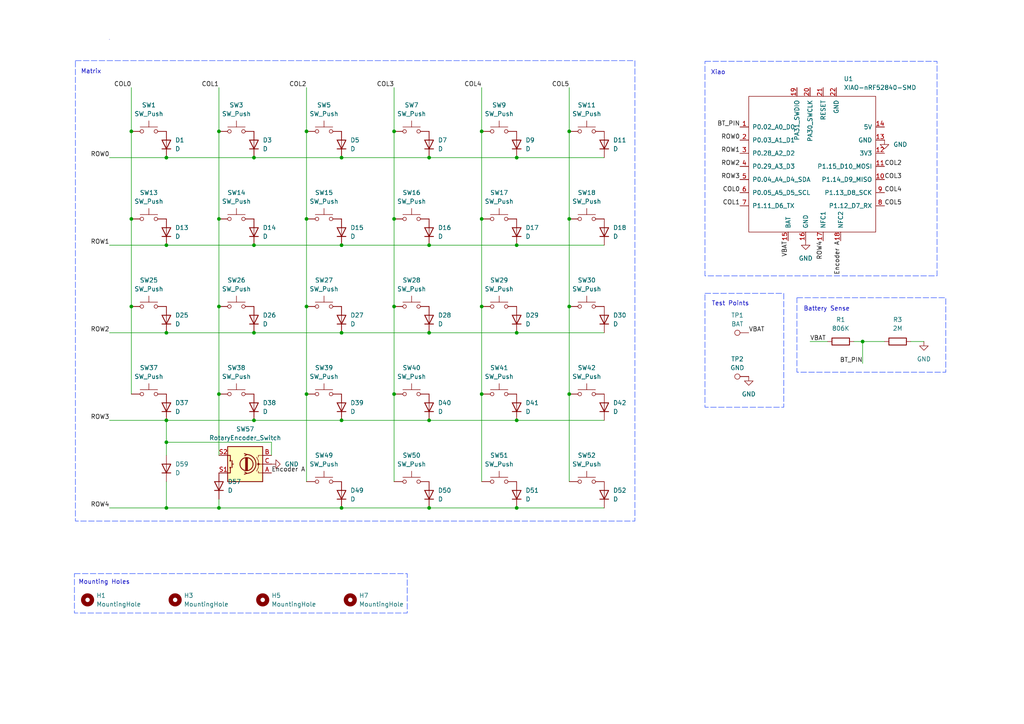
<source format=kicad_sch>
(kicad_sch (version 20250114) (generator "eeschema") (generator_version "9.0")
  (paper "A4")
  (lib_symbols
    (symbol "Connector:TestPoint" (pin_numbers (hide yes)) (pin_names (offset 0.762) (hide yes))
      (property "Reference" "TP" (at 0 6.858 0))
      (property "Value" "TestPoint" (at 0 5.08 0))
      (symbol "TestPoint_0_1"
        (circle (center 0 3.302) (radius 0.762))
      )
      (symbol "TestPoint_1_1"
        (pin passive line (at 0 0 90) (length 2.54) (name "1") (number "1"))
      )
    )
    (symbol "Device:D" (pin_numbers (hide yes)) (pin_names (offset 1.016) (hide yes))
      (property "Reference" "D" (at 0 2.54 0))
      (property "Value" "D" (at 0 -2.54 0))
      (symbol "D_0_1"
        (polyline (pts (xy -1.27 1.27) (xy -1.27 -1.27)) (stroke (width 0.254)))
        (polyline (pts (xy 1.27 1.27) (xy 1.27 -1.27) (xy -1.27 0) (xy 1.27 1.27)) (stroke (width 0.254)))
        (polyline (pts (xy 1.27 0) (xy -1.27 0)))
      )
      (symbol "D_1_1"
        (pin passive line (at -3.81 0 0) (length 2.54) (name "K") (number "1"))
        (pin passive line (at 3.81 0 180) (length 2.54) (name "A") (number "2"))
      )
    )
    (symbol "Device:R" (pin_numbers (hide yes)) (pin_names (offset 0))
      (property "Reference" "R" (at 2.032 0 90))
      (property "Value" "R" (at 0 0 90))
      (symbol "R_0_1"
        (rectangle (start -1.016 -2.54) (end 1.016 2.54) (stroke (width 0.254)))
      )
      (symbol "R_1_1"
        (pin passive line (at 0 3.81 270) (length 1.27) (name "~") (number "1"))
        (pin passive line (at 0 -3.81 90) (length 1.27) (name "~") (number "2"))
      )
    )
    (symbol "Device:RotaryEncoder_Switch" (pin_names (offset 0.254) (hide yes))
      (property "Reference" "SW" (at 0 6.604 0))
      (property "Value" "RotaryEncoder_Switch" (at 0 -6.604 0))
      (symbol "RotaryEncoder_Switch_0_1"
        (rectangle (start -5.08 5.08) (end 5.08 -5.08) (stroke (width 0.254)) (fill (type background)))
        (polyline (pts (xy -5.08 2.54) (xy -3.81 2.54) (xy -3.81 2.032)))
        (polyline (pts (xy -5.08 0) (xy -3.81 0) (xy -3.81 -1.016) (xy -3.302 -2.032)))
        (polyline (pts (xy -5.08 -2.54) (xy -3.81 -2.54) (xy -3.81 -2.032)))
        (polyline (pts (xy -4.318 0) (xy -3.81 0) (xy -3.81 1.016) (xy -3.302 2.032)))
        (circle (center -3.81 0) (radius 0.254) (fill (type outline)))
        (polyline (pts (xy -0.635 -1.778) (xy -0.635 1.778)) (stroke (width 0.254)))
        (circle (center -0.381 0) (radius 1.905) (stroke (width 0.254)))
        (polyline (pts (xy -0.381 -1.778) (xy -0.381 1.778)) (stroke (width 0.254)))
        (arc (start -0.381 -2.794) (mid -3.0988 -0.0635) (end -0.381 2.667) (stroke (width 0.254)))
        (polyline (pts (xy -0.127 1.778) (xy -0.127 -1.778)) (stroke (width 0.254)))
        (polyline (pts (xy 0.254 2.921) (xy -0.508 2.667) (xy 0.127 2.286)) (stroke (width 0.254)))
        (polyline (pts (xy 0.254 -3.048) (xy -0.508 -2.794) (xy 0.127 -2.413)) (stroke (width 0.254)))
        (polyline (pts (xy 3.81 1.016) (xy 3.81 -1.016)) (stroke (width 0.254)))
        (polyline (pts (xy 3.81 0) (xy 3.429 0)) (stroke (width 0.254)))
        (circle (center 4.318 1.016) (radius 0.127) (stroke (width 0.254)))
        (circle (center 4.318 -1.016) (radius 0.127) (stroke (width 0.254)))
        (polyline (pts (xy 5.08 2.54) (xy 4.318 2.54) (xy 4.318 1.016)) (stroke (width 0.254)))
        (polyline (pts (xy 5.08 -2.54) (xy 4.318 -2.54) (xy 4.318 -1.016)) (stroke (width 0.254)))
      )
      (symbol "RotaryEncoder_Switch_1_1"
        (pin passive line (at -7.62 2.54 0) (length 2.54) (name "A") (number "A"))
        (pin passive line (at -7.62 0 0) (length 2.54) (name "C") (number "C"))
        (pin passive line (at -7.62 -2.54 0) (length 2.54) (name "B") (number "B"))
        (pin passive line (at 7.62 2.54 180) (length 2.54) (name "S1") (number "S1"))
        (pin passive line (at 7.62 -2.54 180) (length 2.54) (name "S2") (number "S2"))
      )
    )
    (symbol "Mechanical:MountingHole" (pin_names (offset 1.016)) (in_bom no)
      (property "Reference" "H" (at 0 5.08 0))
      (property "Value" "MountingHole" (at 0 3.175 0))
      (symbol "MountingHole_0_1"
        (circle (center 0 0) (radius 1.27) (stroke (width 1.27)))
      )
    )
    (symbol "Switch:SW_Push" (pin_numbers (hide yes)) (pin_names (offset 1.016) (hide yes))
      (property "Reference" "SW" (at 1.27 2.54 0))
      (property "Value" "SW_Push" (at 0 -1.524 0))
      (symbol "SW_Push_0_1"
        (circle (center -2.032 0) (radius 0.508))
        (polyline (pts (xy 0 1.27) (xy 0 3.048)))
        (circle (center 2.032 0) (radius 0.508))
        (polyline (pts (xy 2.54 1.27) (xy -2.54 1.27)))
        (pin passive line (at -5.08 0 0) (length 2.54) (name "1") (number "1"))
        (pin passive line (at 5.08 0 180) (length 2.54) (name "2") (number "2"))
      )
    )
    (symbol "Updated OPL:XIAO-nRF52840-SMD" (pin_names (offset 1.016))
      (property "Reference" "U" (at -18.542 23.114 0))
      (property "Value" "XIAO-nRF52840-SMD" (at -8.636 21.336 0))
      (symbol "XIAO-nRF52840-SMD_0_1"
        (rectangle (start -19.05 20.32) (end 17.78 -19.05))
      )
      (symbol "XIAO-nRF52840-SMD_1_1"
        (pin passive line (at -21.59 11.43 0) (length 2.54) (name "P0.02_A0_D0") (number "1"))
        (pin passive line (at -21.59 7.62 0) (length 2.54) (name "P0.03_A1_D1") (number "2"))
        (pin passive line (at -21.59 3.81 0) (length 2.54) (name "P0.28_A2_D2") (number "3"))
        (pin passive line (at -21.59 0 0) (length 2.54) (name "P0.29_A3_D3") (number "4"))
        (pin passive line (at -21.59 -3.81 0) (length 2.54) (name "P0.04_A4_D4_SDA") (number "5"))
        (pin passive line (at -21.59 -7.62 0) (length 2.54) (name "P0.05_A5_D5_SCL") (number "6"))
        (pin passive line (at -21.59 -11.43 0) (length 2.54) (name "P1.11_D6_TX") (number "7"))
        (pin passive line (at -7.62 -21.59 90) (length 2.54) (name "BAT") (number "15"))
        (pin passive line (at -5.08 22.86 270) (length 2.54) (name "PA31_SWDIO") (number "19"))
        (pin passive line (at -2.54 -21.59 90) (length 2.54) (name "GND") (number "16"))
        (pin passive line (at -1.27 22.86 270) (length 2.54) (name "PA30_SWCLK") (number "20"))
        (pin passive line (at 2.54 22.86 270) (length 2.54) (name "RESET") (number "21"))
        (pin passive line (at 2.54 -21.59 90) (length 2.54) (name "NFC1") (number "17"))
        (pin passive line (at 6.35 22.86 270) (length 2.54) (name "GND") (number "22"))
        (pin passive line (at 7.62 -21.59 90) (length 2.54) (name "NFC2") (number "18"))
        (pin passive line (at 20.32 11.43 180) (length 2.54) (name "5V") (number "14"))
        (pin passive line (at 20.32 7.62 180) (length 2.54) (name "GND") (number "13"))
        (pin passive line (at 20.32 3.81 180) (length 2.54) (name "3V3") (number "12"))
        (pin passive line (at 20.32 0 180) (length 2.54) (name "P1.15_D10_MOSI") (number "11"))
        (pin passive line (at 20.32 -3.81 180) (length 2.54) (name "P1.14_D9_MISO") (number "10"))
        (pin passive line (at 20.32 -7.62 180) (length 2.54) (name "P1.13_D8_SCK") (number "9"))
        (pin passive line (at 20.32 -11.43 180) (length 2.54) (name "P1.12_D7_RX") (number "8"))
      )
    )
    (symbol "power:GND" (power) (pin_numbers (hide yes)) (pin_names (offset 0) (hide yes))
      (property "Value" "GND" (at 0 -3.81 0))
      (symbol "GND_0_1"
        (polyline (pts (xy 0 0) (xy 0 -1.27) (xy 1.27 -1.27) (xy 0 -2.54) (xy -1.27 -1.27) (xy 0 -1.27)))
      )
      (symbol "GND_1_1"
        (pin power_in line (at 0 0 270) (length 0) (name "~") (number "1"))
      )
    )
  )
  (rectangle (start 204.47 85.09) (end 227.33 118.11) (stroke (width 0) (type dash) (color 37 75 255 1)))
  (rectangle (start 21.59 166.37) (end 118.11 177.8) (stroke (width 0) (type dash) (color 37 75 255 1)))
  (rectangle (start 21.8749 17.5812) (end 184.1499 151.13) (stroke (width 0) (type dash) (color 37 75 255 1)))
  (rectangle (start 231.14 86.36) (end 274.32 107.95) (stroke (width 0) (type dash) (color 37 75 255 1)))
  (rectangle (start 31.75 11.43) (end 31.75 11.43))
  (rectangle (start 204.47 17.78) (end 271.78 80.01) (stroke (width 0) (type dash) (color 37 75 255 1)))
  (text "Xiao" (at 208.28 21.082 0) (effects (font (size 1.27 1.27))))
  (text "Battery Sense" (at 239.776 89.662 0) (effects (font (size 1.27 1.27))))
  (text "Mounting Holes" (at 30.226 168.91 0) (effects (font (size 1.27 1.27))))
  (text "Matrix" (at 26.416 20.828 0) (effects (font (size 1.27 1.27))))
  (text "Test Points" (at 211.836 88.138 0) (effects (font (size 1.27 1.27))))
  (junction (at 99.06 121.92))
  (junction (at 124.46 45.72))
  (junction (at 99.06 71.12))
  (junction (at 99.06 147.32))
  (junction (at 250.19 99.06))
  (junction (at 63.5 88.9))
  (junction (at 114.3 38.1))
  (junction (at 73.66 71.12))
  (junction (at 38.1 38.1))
  (junction (at 139.7 88.9))
  (junction (at 165.1 114.3))
  (junction (at 63.5 147.32))
  (junction (at 124.46 121.92))
  (junction (at 88.9 114.3))
  (junction (at 124.46 147.32))
  (junction (at 88.9 38.1))
  (junction (at 48.26 121.92))
  (junction (at 73.66 45.72))
  (junction (at 114.3 63.5))
  (junction (at 99.06 96.52))
  (junction (at 99.06 45.72))
  (junction (at 139.7 63.5))
  (junction (at 149.86 147.32))
  (junction (at 63.5 38.1))
  (junction (at 88.9 88.9))
  (junction (at 48.26 71.12))
  (junction (at 63.5 63.5))
  (junction (at 114.3 88.9))
  (junction (at 48.26 147.32))
  (junction (at 124.46 96.52))
  (junction (at 124.46 71.12))
  (junction (at 48.26 96.52))
  (junction (at 48.26 128.27))
  (junction (at 38.1 88.9))
  (junction (at 149.86 71.12))
  (junction (at 165.1 63.5))
  (junction (at 114.3 114.3))
  (junction (at 165.1 88.9))
  (junction (at 63.5 114.3))
  (junction (at 88.9 63.5))
  (junction (at 139.7 114.3))
  (junction (at 38.1 63.5))
  (junction (at 165.1 38.1))
  (junction (at 73.66 121.92))
  (junction (at 149.86 45.72))
  (junction (at 139.7 38.1))
  (junction (at 73.66 96.52))
  (junction (at 48.26 45.72))
  (junction (at 149.86 96.52))
  (junction (at 149.86 121.92))
  (wire (pts (xy 149.86 121.92) (xy 175.26 121.92)))
  (wire (pts (xy 63.5 88.9) (xy 63.5 114.3)))
  (wire (pts (xy 73.66 71.12) (xy 99.06 71.12)))
  (wire (pts (xy 247.65 99.06) (xy 250.19 99.06)))
  (wire (pts (xy 88.9 25.4) (xy 88.9 38.1)))
  (wire (pts (xy 124.46 121.92) (xy 149.86 121.92)))
  (wire (pts (xy 73.66 121.92) (xy 99.06 121.92)))
  (wire (pts (xy 88.9 63.5) (xy 88.9 88.9)))
  (wire (pts (xy 149.86 147.32) (xy 175.26 147.32)))
  (wire (pts (xy 234.95 99.06) (xy 240.03 99.06)))
  (wire (pts (xy 99.06 45.72) (xy 124.46 45.72)))
  (wire (pts (xy 139.7 88.9) (xy 139.7 114.3)))
  (wire (pts (xy 114.3 38.1) (xy 114.3 63.5)))
  (wire (pts (xy 264.16 99.06) (xy 267.97 99.06)))
  (wire (pts (xy 63.5 63.5) (xy 63.5 88.9)))
  (wire (pts (xy 149.86 45.72) (xy 175.26 45.72)))
  (wire (pts (xy 63.5 114.3) (xy 63.5 132.08)))
  (wire (pts (xy 48.26 128.27) (xy 48.26 132.08)))
  (wire (pts (xy 88.9 114.3) (xy 88.9 139.7)))
  (wire (pts (xy 139.7 114.3) (xy 139.7 139.7)))
  (wire (pts (xy 31.75 96.52) (xy 48.26 96.52)))
  (wire (pts (xy 63.5 38.1) (xy 63.5 63.5)))
  (wire (pts (xy 99.06 96.52) (xy 124.46 96.52)))
  (wire (pts (xy 31.75 121.92) (xy 48.26 121.92)))
  (wire (pts (xy 139.7 25.4) (xy 139.7 38.1)))
  (wire (pts (xy 99.06 121.92) (xy 124.46 121.92)))
  (wire (pts (xy 124.46 45.72) (xy 149.86 45.72)))
  (wire (pts (xy 48.26 45.72) (xy 73.66 45.72)))
  (wire (pts (xy 73.66 45.72) (xy 99.06 45.72)))
  (wire (pts (xy 31.75 45.72) (xy 48.26 45.72)))
  (wire (pts (xy 139.7 38.1) (xy 139.7 63.5)))
  (wire (pts (xy 48.26 121.92) (xy 73.66 121.92)))
  (wire (pts (xy 165.1 38.1) (xy 165.1 63.5)))
  (wire (pts (xy 63.5 147.32) (xy 99.06 147.32)))
  (wire (pts (xy 165.1 88.9) (xy 165.1 114.3)))
  (wire (pts (xy 48.26 71.12) (xy 73.66 71.12)))
  (wire (pts (xy 88.9 38.1) (xy 88.9 63.5)))
  (wire (pts (xy 114.3 25.4) (xy 114.3 38.1)))
  (wire (pts (xy 38.1 88.9) (xy 38.1 114.3)))
  (wire (pts (xy 48.26 96.52) (xy 73.66 96.52)))
  (wire (pts (xy 63.5 144.78) (xy 63.5 147.32)))
  (wire (pts (xy 48.26 121.92) (xy 48.26 128.27)))
  (wire (pts (xy 149.86 96.52) (xy 175.26 96.52)))
  (wire (pts (xy 149.86 71.12) (xy 175.26 71.12)))
  (wire (pts (xy 48.26 147.32) (xy 63.5 147.32)))
  (wire (pts (xy 78.74 132.08) (xy 78.74 128.27)))
  (wire (pts (xy 124.46 147.32) (xy 149.86 147.32)))
  (wire (pts (xy 165.1 25.4) (xy 165.1 38.1)))
  (wire (pts (xy 99.06 71.12) (xy 124.46 71.12)))
  (wire (pts (xy 48.26 139.7) (xy 48.26 147.32)))
  (wire (pts (xy 250.19 99.06) (xy 250.19 105.41)))
  (wire (pts (xy 31.75 147.32) (xy 48.26 147.32)))
  (wire (pts (xy 124.46 71.12) (xy 149.86 71.12)))
  (wire (pts (xy 165.1 63.5) (xy 165.1 88.9)))
  (wire (pts (xy 114.3 88.9) (xy 114.3 114.3)))
  (wire (pts (xy 114.3 114.3) (xy 114.3 139.7)))
  (wire (pts (xy 165.1 114.3) (xy 165.1 139.7)))
  (wire (pts (xy 114.3 63.5) (xy 114.3 88.9)))
  (wire (pts (xy 38.1 63.5) (xy 38.1 88.9)))
  (wire (pts (xy 73.66 96.52) (xy 99.06 96.52)))
  (wire (pts (xy 88.9 88.9) (xy 88.9 114.3)))
  (wire (pts (xy 63.5 25.4) (xy 63.5 38.1)))
  (wire (pts (xy 78.74 128.27) (xy 48.26 128.27)))
  (wire (pts (xy 124.46 96.52) (xy 149.86 96.52)))
  (wire (pts (xy 139.7 63.5) (xy 139.7 88.9)))
  (wire (pts (xy 250.19 99.06) (xy 256.54 99.06)))
  (wire (pts (xy 38.1 38.1) (xy 38.1 63.5)))
  (wire (pts (xy 31.75 71.12) (xy 48.26 71.12)))
  (wire (pts (xy 38.1 25.4) (xy 38.1 38.1)))
  (wire (pts (xy 99.06 147.32) (xy 124.46 147.32)))
  (label "COL2" (at 256.54 48.26 0))
  (label "COL0" (at 38.1 25.4 180))
  (label "ROW1" (at 214.63 44.45 180))
  (label "ROW0" (at 214.63 40.64 180))
  (label "COL5" (at 165.1 25.4 180))
  (label "VBAT" (at 228.6 69.85 270))
  (label "COL1" (at 214.63 59.69 180))
  (label "COL4" (at 139.7 25.4 180))
  (label "COL5" (at 256.54 59.69 0))
  (label "COL4" (at 256.54 55.88 0))
  (label "COL1" (at 63.5 25.4 180))
  (label "COL0" (at 214.63 55.88 180))
  (label "VBAT" (at 217.17 96.52 0))
  (label "VBAT" (at 234.95 99.06 0))
  (label "ROW1" (at 31.75 71.12 180))
  (label "Encoder A" (at 78.74 137.16 0))
  (label "ROW3" (at 31.75 121.92 180))
  (label "ROW0" (at 31.75 45.72 180))
  (label "ROW4" (at 31.75 147.32 180))
  (label "BT_PIN" (at 250.19 105.41 180))
  (label "ROW2" (at 31.75 96.52 180))
  (label "ROW2" (at 214.63 48.26 180))
  (label "Encoder A" (at 243.84 69.85 270))
  (label "COL2" (at 88.9 25.4 180))
  (label "BT_PIN" (at 214.63 36.83 180))
  (label "COL3" (at 256.54 52.07 0))
  (label "COL3" (at 114.3 25.4 180))
  (label "ROW3" (at 214.63 52.07 180))
  (label "ROW4" (at 238.76 69.85 270))
  (symbol (lib_id "Mechanical:MountingHole") (at 101.6 173.99 0) (unit 1) (in_bom no)
    (property "Reference" "H7" (at 104.14 172.7199 0) (effects (justify left)))
    (property "Value" "MountingHole" (at 104.14 175.2599 0) (effects (justify left)))
    (property "Footprint" "MountingHole:MountingHole_3.2mm_M3" (effects (hide yes)))
    (property "Description" "Mounting Hole without connection" (effects (hide yes)))
    (instances (project "Split keyboard" (path "" (reference "H7") (unit 1)) (path "" (reference "H8") (unit 1))))
  )
  (symbol (lib_id "Switch:SW_Push") (at 119.38 38.1 0) (unit 1)
    (property "Reference" "SW7" (at 119.38 30.48 0))
    (property "Value" "SW_Push" (at 119.38 33.02 0))
    (property "Footprint" "marbastlib-choc:SW_choc_v1_HS_CPG135001S30_1u" (effects (hide yes)))
    (property "Description" "Push button switch, generic, two pins" (effects (hide yes)))
    (instances (project "Split keyboard" (path "" (reference "SW7") (unit 1)) (path "" (reference "SW8") (unit 1))))
  )
  (symbol (lib_id "Connector:TestPoint") (at 217.17 96.52 90) (unit 1)
    (property "Reference" "TP1" (at 213.868 91.44 90))
    (property "Value" "BAT" (at 213.868 93.98 90))
    (property "Footprint" "TestPoint:TestPoint_Pad_D2.0mm" (effects (hide yes)))
    (property "Description" "test point" (effects (hide yes)))
    (instances (project "" (path "" (reference "TP1") (unit 1)) (path "" (reference "TP3") (unit 1))))
  )
  (symbol (lib_id "Switch:SW_Push") (at 144.78 88.9 0) (unit 1)
    (property "Reference" "SW29" (at 144.78 81.28 0))
    (property "Value" "SW_Push" (at 144.78 83.82 0))
    (property "Footprint" "marbastlib-choc:SW_choc_v1_HS_CPG135001S30_1u" (effects (hide yes)))
    (property "Description" "Push button switch, generic, two pins" (effects (hide yes)))
    (instances (project "Split keyboard" (path "" (reference "SW29") (unit 1)) (path "" (reference "SW35") (unit 1))))
  )
  (symbol (lib_id "Switch:SW_Push") (at 68.58 63.5 0) (unit 1)
    (property "Reference" "SW14" (at 68.58 55.88 0))
    (property "Value" "SW_Push" (at 68.58 58.42 0))
    (property "Footprint" "marbastlib-choc:SW_choc_v1_HS_CPG135001S30_1u" (effects (hide yes)))
    (property "Description" "Push button switch, generic, two pins" (effects (hide yes)))
    (instances (project "Split keyboard" (path "" (reference "SW14") (unit 1)) (path "" (reference "SW20") (unit 1))))
  )
  (symbol (lib_id "Device:R") (at 243.84 99.06 90) (unit 1)
    (property "Reference" "R1" (at 243.84 92.71 90))
    (property "Value" "806K" (at 243.84 95.25 90))
    (property "Footprint" "Resistor_SMD:R_0805_2012Metric" (effects (hide yes)))
    (property "Description" "Resistor" (effects (hide yes)))
    (instances (project "" (path "" (reference "R1") (unit 1)) (path "" (reference "R2") (unit 1))))
  )
  (symbol (lib_id "Device:D") (at 149.86 118.11 90) (unit 1)
    (property "Reference" "D41" (at 152.4 116.8399 90) (effects (justify right)))
    (property "Value" "D" (at 152.4 119.3799 90) (effects (justify right)))
    (property "Footprint" "Diode_SMD:D_SOD-123" (effects (hide yes)))
    (property "Description" "Diode" (effects (hide yes)))
    (property "Sim.Device" "D" (effects (hide yes)))
    (property "Sim.Pins" "1=K 2=A" (effects (hide yes)))
    (instances (project "Split keyboard" (path "" (reference "D41") (unit 1)) (path "" (reference "D47") (unit 1))))
  )
  (symbol (lib_id "Switch:SW_Push") (at 170.18 114.3 0) (unit 1)
    (property "Reference" "SW42" (at 170.18 106.68 0))
    (property "Value" "SW_Push" (at 170.18 109.22 0))
    (property "Footprint" "marbastlib-choc:SW_choc_v1_HS_CPG135001S30_1u" (effects (hide yes)))
    (property "Description" "Push button switch, generic, two pins" (effects (hide yes)))
    (instances (project "Split keyboard" (path "" (reference "SW42") (unit 1)) (path "" (reference "SW48") (unit 1))))
  )
  (symbol (lib_id "Switch:SW_Push") (at 93.98 139.7 0) (unit 1)
    (property "Reference" "SW49" (at 93.98 132.08 0))
    (property "Value" "SW_Push" (at 93.98 134.62 0))
    (property "Footprint" "marbastlib-choc:SW_choc_v1_HS_CPG135001S30_1u" (effects (hide yes)))
    (property "Description" "Push button switch, generic, two pins" (effects (hide yes)))
    (instances (project "Split keyboard" (path "" (reference "SW49") (unit 1)) (path "" (reference "SW53") (unit 1))))
  )
  (symbol (lib_id "Device:D") (at 48.26 135.89 90) (unit 1)
    (property "Reference" "D59" (at 50.8 134.6199 90) (effects (justify right)))
    (property "Value" "D" (at 50.8 137.1599 90) (effects (justify right)))
    (property "Footprint" "Diode_SMD:D_SOD-123" (effects (hide yes)))
    (property "Description" "Diode" (effects (hide yes)))
    (property "Sim.Device" "D" (effects (hide yes)))
    (property "Sim.Pins" "1=K 2=A" (effects (hide yes)))
    (instances (project "" (path "" (reference "D59") (unit 1)) (path "" (reference "D60") (unit 1))))
  )
  (symbol (lib_id "Device:D") (at 175.26 41.91 90) (unit 1)
    (property "Reference" "D11" (at 177.8 40.6399 90) (effects (justify right)))
    (property "Value" "D" (at 177.8 43.1799 90) (effects (justify right)))
    (property "Footprint" "Diode_SMD:D_SOD-123" (effects (hide yes)))
    (property "Description" "Diode" (effects (hide yes)))
    (property "Sim.Device" "D" (effects (hide yes)))
    (property "Sim.Pins" "1=K 2=A" (effects (hide yes)))
    (instances (project "Split keyboard" (path "" (reference "D11") (unit 1)) (path "" (reference "D12") (unit 1))))
  )
  (symbol (lib_id "Connector:TestPoint") (at 217.17 109.22 90) (unit 1)
    (property "Reference" "TP2" (at 213.868 104.14 90))
    (property "Value" "GND" (at 213.868 106.68 90))
    (property "Footprint" "TestPoint:TestPoint_Pad_D2.0mm" (effects (hide yes)))
    (property "Description" "test point" (effects (hide yes)))
    (instances (project "Split keyboard" (path "" (reference "TP2") (unit 1)) (path "" (reference "TP4") (unit 1))))
  )
  (symbol (lib_id "Switch:SW_Push") (at 43.18 38.1 0) (unit 1)
    (property "Reference" "SW1" (at 43.18 30.48 0))
    (property "Value" "SW_Push" (at 43.18 33.02 0))
    (property "Footprint" "marbastlib-choc:SW_choc_v1_HS_CPG135001S30_1u" (effects (hide yes)))
    (property "Description" "Push button switch, generic, two pins" (effects (hide yes)))
    (instances (project "" (path "" (reference "SW1") (unit 1)) (path "" (reference "SW2") (unit 1))))
  )
  (symbol (lib_id "Switch:SW_Push") (at 68.58 88.9 0) (unit 1)
    (property "Reference" "SW26" (at 68.58 81.28 0))
    (property "Value" "SW_Push" (at 68.58 83.82 0))
    (property "Footprint" "marbastlib-choc:SW_choc_v1_HS_CPG135001S30_1u" (effects (hide yes)))
    (property "Description" "Push button switch, generic, two pins" (effects (hide yes)))
    (instances (project "Split keyboard" (path "" (reference "SW26") (unit 1)) (path "" (reference "SW32") (unit 1))))
  )
  (symbol (lib_id "Device:D") (at 149.86 67.31 90) (unit 1)
    (property "Reference" "D17" (at 152.4 66.0399 90) (effects (justify right)))
    (property "Value" "D" (at 152.4 68.5799 90) (effects (justify right)))
    (property "Footprint" "Diode_SMD:D_SOD-123" (effects (hide yes)))
    (property "Description" "Diode" (effects (hide yes)))
    (property "Sim.Device" "D" (effects (hide yes)))
    (property "Sim.Pins" "1=K 2=A" (effects (hide yes)))
    (instances (project "Split keyboard" (path "" (reference "D17") (unit 1)) (path "" (reference "D23") (unit 1))))
  )
  (symbol (lib_id "Device:D") (at 124.46 41.91 90) (unit 1)
    (property "Reference" "D7" (at 127 40.6399 90) (effects (justify right)))
    (property "Value" "D" (at 127 43.1799 90) (effects (justify right)))
    (property "Footprint" "Diode_SMD:D_SOD-123" (effects (hide yes)))
    (property "Description" "Diode" (effects (hide yes)))
    (property "Sim.Device" "D" (effects (hide yes)))
    (property "Sim.Pins" "1=K 2=A" (effects (hide yes)))
    (instances (project "Split keyboard" (path "" (reference "D7") (unit 1)) (path "" (reference "D8") (unit 1))))
  )
  (symbol (lib_id "Switch:SW_Push") (at 144.78 38.1 0) (unit 1)
    (property "Reference" "SW9" (at 144.78 30.48 0))
    (property "Value" "SW_Push" (at 144.78 33.02 0))
    (property "Footprint" "marbastlib-choc:SW_choc_v1_HS_CPG135001S30_1u" (effects (hide yes)))
    (property "Description" "Push button switch, generic, two pins" (effects (hide yes)))
    (instances (project "Split keyboard" (path "" (reference "SW9") (unit 1)) (path "" (reference "SW10") (unit 1))))
  )
  (symbol (lib_id "Switch:SW_Push") (at 170.18 38.1 0) (unit 1)
    (property "Reference" "SW11" (at 170.18 30.48 0))
    (property "Value" "SW_Push" (at 170.18 33.02 0))
    (property "Footprint" "marbastlib-choc:SW_choc_v1_HS_CPG135001S30_1u" (effects (hide yes)))
    (property "Description" "Push button switch, generic, two pins" (effects (hide yes)))
    (instances (project "Split keyboard" (path "" (reference "SW11") (unit 1)) (path "" (reference "SW12") (unit 1))))
  )
  (symbol (lib_id "Device:D") (at 99.06 143.51 90) (unit 1)
    (property "Reference" "D49" (at 101.6 142.2399 90) (effects (justify right)))
    (property "Value" "D" (at 101.6 144.7799 90) (effects (justify right)))
    (property "Footprint" "Diode_SMD:D_SOD-123" (effects (hide yes)))
    (property "Description" "Diode" (effects (hide yes)))
    (property "Sim.Device" "D" (effects (hide yes)))
    (property "Sim.Pins" "1=K 2=A" (effects (hide yes)))
    (instances (project "Split keyboard" (path "" (reference "D49") (unit 1)) (path "" (reference "D53") (unit 1))))
  )
  (symbol (lib_id "Switch:SW_Push") (at 93.98 38.1 0) (unit 1)
    (property "Reference" "SW5" (at 93.98 30.48 0))
    (property "Value" "SW_Push" (at 93.98 33.02 0))
    (property "Footprint" "marbastlib-choc:SW_choc_v1_HS_CPG135001S30_1u" (effects (hide yes)))
    (property "Description" "Push button switch, generic, two pins" (effects (hide yes)))
    (instances (project "Split keyboard" (path "" (reference "SW5") (unit 1)) (path "" (reference "SW6") (unit 1))))
  )
  (symbol (lib_id "Device:D") (at 175.26 92.71 90) (unit 1)
    (property "Reference" "D30" (at 177.8 91.4399 90) (effects (justify right)))
    (property "Value" "D" (at 177.8 93.9799 90) (effects (justify right)))
    (property "Footprint" "Diode_SMD:D_SOD-123" (effects (hide yes)))
    (property "Description" "Diode" (effects (hide yes)))
    (property "Sim.Device" "D" (effects (hide yes)))
    (property "Sim.Pins" "1=K 2=A" (effects (hide yes)))
    (instances (project "Split keyboard" (path "" (reference "D30") (unit 1)) (path "" (reference "D36") (unit 1))))
  )
  (symbol (lib_id "Device:D") (at 48.26 67.31 90) (unit 1)
    (property "Reference" "D13" (at 50.8 66.0399 90) (effects (justify right)))
    (property "Value" "D" (at 50.8 68.5799 90) (effects (justify right)))
    (property "Footprint" "Diode_SMD:D_SOD-123" (effects (hide yes)))
    (property "Description" "Diode" (effects (hide yes)))
    (property "Sim.Device" "D" (effects (hide yes)))
    (property "Sim.Pins" "1=K 2=A" (effects (hide yes)))
    (instances (project "Split keyboard" (path "" (reference "D13") (unit 1)) (path "" (reference "D19") (unit 1))))
  )
  (symbol (lib_id "Device:D") (at 175.26 143.51 90) (unit 1)
    (property "Reference" "D52" (at 177.8 142.2399 90) (effects (justify right)))
    (property "Value" "D" (at 177.8 144.7799 90) (effects (justify right)))
    (property "Footprint" "Diode_SMD:D_SOD-123" (effects (hide yes)))
    (property "Description" "Diode" (effects (hide yes)))
    (property "Sim.Device" "D" (effects (hide yes)))
    (property "Sim.Pins" "1=K 2=A" (effects (hide yes)))
    (instances (project "Split keyboard" (path "" (reference "D52") (unit 1)) (path "" (reference "D56") (unit 1))))
  )
  (symbol (lib_id "Switch:SW_Push") (at 170.18 139.7 0) (unit 1)
    (property "Reference" "SW52" (at 170.18 132.08 0))
    (property "Value" "SW_Push" (at 170.18 134.62 0))
    (property "Footprint" "marbastlib-choc:SW_choc_v1_HS_CPG135001S30_1u" (effects (hide yes)))
    (property "Description" "Push button switch, generic, two pins" (effects (hide yes)))
    (instances (project "Split keyboard" (path "" (reference "SW52") (unit 1)) (path "" (reference "SW56") (unit 1))))
  )
  (symbol (lib_id "power:GND") (at 78.74 134.62 90) (unit 1)
    (property "Reference" "#PWR09" (effects (hide yes)))
    (property "Value" "GND" (at 82.55 134.6199 90) (effects (justify right)))
    (property "Description" "Power symbol creates a global label with name \"GND\" , ground" (effects (hide yes)))
    (instances (project "" (path "" (reference "#PWR09") (unit 1)) (path "" (reference "#PWR010") (unit 1))))
  )
  (symbol (lib_id "Device:D") (at 149.86 41.91 90) (unit 1)
    (property "Reference" "D9" (at 152.4 40.6399 90) (effects (justify right)))
    (property "Value" "D" (at 152.4 43.1799 90) (effects (justify right)))
    (property "Footprint" "Diode_SMD:D_SOD-123" (effects (hide yes)))
    (property "Description" "Diode" (effects (hide yes)))
    (property "Sim.Device" "D" (effects (hide yes)))
    (property "Sim.Pins" "1=K 2=A" (effects (hide yes)))
    (instances (project "Split keyboard" (path "" (reference "D9") (unit 1)) (path "" (reference "D10") (unit 1))))
  )
  (symbol (lib_id "Device:D") (at 124.46 67.31 90) (unit 1)
    (property "Reference" "D16" (at 127 66.0399 90) (effects (justify right)))
    (property "Value" "D" (at 127 68.5799 90) (effects (justify right)))
    (property "Footprint" "Diode_SMD:D_SOD-123" (effects (hide yes)))
    (property "Description" "Diode" (effects (hide yes)))
    (property "Sim.Device" "D" (effects (hide yes)))
    (property "Sim.Pins" "1=K 2=A" (effects (hide yes)))
    (instances (project "Split keyboard" (path "" (reference "D16") (unit 1)) (path "" (reference "D22") (unit 1))))
  )
  (symbol (lib_id "Device:D") (at 73.66 67.31 90) (unit 1)
    (property "Reference" "D14" (at 76.2 66.0399 90) (effects (justify right)))
    (property "Value" "D" (at 76.2 68.5799 90) (effects (justify right)))
    (property "Footprint" "Diode_SMD:D_SOD-123" (effects (hide yes)))
    (property "Description" "Diode" (effects (hide yes)))
    (property "Sim.Device" "D" (effects (hide yes)))
    (property "Sim.Pins" "1=K 2=A" (effects (hide yes)))
    (instances (project "Split keyboard" (path "" (reference "D14") (unit 1)) (path "" (reference "D20") (unit 1))))
  )
  (symbol (lib_id "Device:D") (at 175.26 118.11 90) (unit 1)
    (property "Reference" "D42" (at 177.8 116.8399 90) (effects (justify right)))
    (property "Value" "D" (at 177.8 119.3799 90) (effects (justify right)))
    (property "Footprint" "Diode_SMD:D_SOD-123" (effects (hide yes)))
    (property "Description" "Diode" (effects (hide yes)))
    (property "Sim.Device" "D" (effects (hide yes)))
    (property "Sim.Pins" "1=K 2=A" (effects (hide yes)))
    (instances (project "Split keyboard" (path "" (reference "D42") (unit 1)) (path "" (reference "D48") (unit 1))))
  )
  (symbol (lib_id "power:GND") (at 267.97 99.06 0) (unit 1)
    (property "Reference" "#PWR07" (effects (hide yes)))
    (property "Value" "GND" (at 267.97 104.14 0))
    (property "Description" "Power symbol creates a global label with name \"GND\" , ground" (effects (hide yes)))
    (instances (project "" (path "" (reference "#PWR07") (unit 1)) (path "" (reference "#PWR08") (unit 1))))
  )
  (symbol (lib_id "Switch:SW_Push") (at 68.58 38.1 0) (unit 1)
    (property "Reference" "SW3" (at 68.58 30.48 0))
    (property "Value" "SW_Push" (at 68.58 33.02 0))
    (property "Footprint" "marbastlib-choc:SW_choc_v1_HS_CPG135001S30_1u" (effects (hide yes)))
    (property "Description" "Push button switch, generic, two pins" (effects (hide yes)))
    (instances (project "Split keyboard" (path "" (reference "SW3") (unit 1)) (path "" (reference "SW4") (unit 1))))
  )
  (symbol (lib_id "Switch:SW_Push") (at 170.18 88.9 0) (unit 1)
    (property "Reference" "SW30" (at 170.18 81.28 0))
    (property "Value" "SW_Push" (at 170.18 83.82 0))
    (property "Footprint" "marbastlib-choc:SW_choc_v1_HS_CPG135001S30_1u" (effects (hide yes)))
    (property "Description" "Push button switch, generic, two pins" (effects (hide yes)))
    (instances (project "Split keyboard" (path "" (reference "SW30") (unit 1)) (path "" (reference "SW36") (unit 1))))
  )
  (symbol (lib_id "Device:D") (at 99.06 118.11 90) (unit 1)
    (property "Reference" "D39" (at 101.6 116.8399 90) (effects (justify right)))
    (property "Value" "D" (at 101.6 119.3799 90) (effects (justify right)))
    (property "Footprint" "Diode_SMD:D_SOD-123" (effects (hide yes)))
    (property "Description" "Diode" (effects (hide yes)))
    (property "Sim.Device" "D" (effects (hide yes)))
    (property "Sim.Pins" "1=K 2=A" (effects (hide yes)))
    (instances (project "Split keyboard" (path "" (reference "D39") (unit 1)) (path "" (reference "D45") (unit 1))))
  )
  (symbol (lib_id "Switch:SW_Push") (at 144.78 139.7 0) (unit 1)
    (property "Reference" "SW51" (at 144.78 132.08 0))
    (property "Value" "SW_Push" (at 144.78 134.62 0))
    (property "Footprint" "marbastlib-choc:SW_choc_v1_HS_CPG135001S30_1u" (effects (hide yes)))
    (property "Description" "Push button switch, generic, two pins" (effects (hide yes)))
    (instances (project "Split keyboard" (path "" (reference "SW51") (unit 1)) (path "" (reference "SW55") (unit 1))))
  )
  (symbol (lib_id "Switch:SW_Push") (at 43.18 88.9 0) (unit 1)
    (property "Reference" "SW25" (at 43.18 81.28 0))
    (property "Value" "SW_Push" (at 43.18 83.82 0))
    (property "Footprint" "marbastlib-choc:SW_choc_v1_HS_CPG135001S30_1u" (effects (hide yes)))
    (property "Description" "Push button switch, generic, two pins" (effects (hide yes)))
    (instances (project "Split keyboard" (path "" (reference "SW25") (unit 1)) (path "" (reference "SW31") (unit 1))))
  )
  (symbol (lib_id "Device:D") (at 99.06 92.71 90) (unit 1)
    (property "Reference" "D27" (at 101.6 91.4399 90) (effects (justify right)))
    (property "Value" "D" (at 101.6 93.9799 90) (effects (justify right)))
    (property "Footprint" "Diode_SMD:D_SOD-123" (effects (hide yes)))
    (property "Description" "Diode" (effects (hide yes)))
    (property "Sim.Device" "D" (effects (hide yes)))
    (property "Sim.Pins" "1=K 2=A" (effects (hide yes)))
    (instances (project "Split keyboard" (path "" (reference "D27") (unit 1)) (path "" (reference "D33") (unit 1))))
  )
  (symbol (lib_id "Switch:SW_Push") (at 43.18 114.3 0) (unit 1)
    (property "Reference" "SW37" (at 43.18 106.68 0))
    (property "Value" "SW_Push" (at 43.18 109.22 0))
    (property "Footprint" "marbastlib-choc:SW_choc_v1_HS_CPG135001S30_1u" (effects (hide yes)))
    (property "Description" "Push button switch, generic, two pins" (effects (hide yes)))
    (instances (project "Split keyboard" (path "" (reference "SW37") (unit 1)) (path "" (reference "SW43") (unit 1))))
  )
  (symbol (lib_id "Updated OPL:XIAO-nRF52840-SMD") (at 236.22 48.26 0) (unit 1)
    (property "Reference" "U1" (at 244.7133 22.86 0) (effects (justify left)))
    (property "Value" "XIAO-nRF52840-SMD" (at 244.7133 25.4 0) (effects (justify left)))
    (property "Footprint" "modified Xiao:modified-XIAO-nRF52840-SMD" (effects (hide yes)))
    (instances (project "" (path "" (reference "U1") (unit 1)) (path "" (reference "U2") (unit 1))))
  )
  (symbol (lib_id "Device:D") (at 149.86 92.71 90) (unit 1)
    (property "Reference" "D29" (at 152.4 91.4399 90) (effects (justify right)))
    (property "Value" "D" (at 152.4 93.9799 90) (effects (justify right)))
    (property "Footprint" "Diode_SMD:D_SOD-123" (effects (hide yes)))
    (property "Description" "Diode" (effects (hide yes)))
    (property "Sim.Device" "D" (effects (hide yes)))
    (property "Sim.Pins" "1=K 2=A" (effects (hide yes)))
    (instances (project "Split keyboard" (path "" (reference "D29") (unit 1)) (path "" (reference "D35") (unit 1))))
  )
  (symbol (lib_id "Device:D") (at 73.66 41.91 90) (unit 1)
    (property "Reference" "D3" (at 76.2 40.6399 90) (effects (justify right)))
    (property "Value" "D" (at 76.2 43.1799 90) (effects (justify right)))
    (property "Footprint" "Diode_SMD:D_SOD-123" (effects (hide yes)))
    (property "Description" "Diode" (effects (hide yes)))
    (property "Sim.Device" "D" (effects (hide yes)))
    (property "Sim.Pins" "1=K 2=A" (effects (hide yes)))
    (instances (project "Split keyboard" (path "" (reference "D3") (unit 1)) (path "" (reference "D4") (unit 1))))
  )
  (symbol (lib_id "Switch:SW_Push") (at 170.18 63.5 0) (unit 1)
    (property "Reference" "SW18" (at 170.18 55.88 0))
    (property "Value" "SW_Push" (at 170.18 58.42 0))
    (property "Footprint" "marbastlib-choc:SW_choc_v1_HS_CPG135001S30_1u" (effects (hide yes)))
    (property "Description" "Push button switch, generic, two pins" (effects (hide yes)))
    (instances (project "Split keyboard" (path "" (reference "SW18") (unit 1)) (path "" (reference "SW24") (unit 1))))
  )
  (symbol (lib_id "Switch:SW_Push") (at 119.38 114.3 0) (unit 1)
    (property "Reference" "SW40" (at 119.38 106.68 0))
    (property "Value" "SW_Push" (at 119.38 109.22 0))
    (property "Footprint" "marbastlib-choc:SW_choc_v1_HS_CPG135001S30_1u" (effects (hide yes)))
    (property "Description" "Push button switch, generic, two pins" (effects (hide yes)))
    (instances (project "Split keyboard" (path "" (reference "SW40") (unit 1)) (path "" (reference "SW46") (unit 1))))
  )
  (symbol (lib_id "Device:D") (at 124.46 118.11 90) (unit 1)
    (property "Reference" "D40" (at 127 116.8399 90) (effects (justify right)))
    (property "Value" "D" (at 127 119.3799 90) (effects (justify right)))
    (property "Footprint" "Diode_SMD:D_SOD-123" (effects (hide yes)))
    (property "Description" "Diode" (effects (hide yes)))
    (property "Sim.Device" "D" (effects (hide yes)))
    (property "Sim.Pins" "1=K 2=A" (effects (hide yes)))
    (instances (project "Split keyboard" (path "" (reference "D40") (unit 1)) (path "" (reference "D46") (unit 1))))
  )
  (symbol (lib_id "Switch:SW_Push") (at 43.18 63.5 0) (unit 1)
    (property "Reference" "SW13" (at 43.18 55.88 0))
    (property "Value" "SW_Push" (at 43.18 58.42 0))
    (property "Footprint" "marbastlib-choc:SW_choc_v1_HS_CPG135001S30_1u" (effects (hide yes)))
    (property "Description" "Push button switch, generic, two pins" (effects (hide yes)))
    (instances (project "Split keyboard" (path "" (reference "SW13") (unit 1)) (path "" (reference "SW19") (unit 1))))
  )
  (symbol (lib_id "Switch:SW_Push") (at 93.98 114.3 0) (unit 1)
    (property "Reference" "SW39" (at 93.98 106.68 0))
    (property "Value" "SW_Push" (at 93.98 109.22 0))
    (property "Footprint" "marbastlib-choc:SW_choc_v1_HS_CPG135001S30_1u" (effects (hide yes)))
    (property "Description" "Push button switch, generic, two pins" (effects (hide yes)))
    (instances (project "Split keyboard" (path "" (reference "SW39") (unit 1)) (path "" (reference "SW45") (unit 1))))
  )
  (symbol (lib_id "Device:D") (at 99.06 67.31 90) (unit 1)
    (property "Reference" "D15" (at 101.6 66.0399 90) (effects (justify right)))
    (property "Value" "D" (at 101.6 68.5799 90) (effects (justify right)))
    (property "Footprint" "Diode_SMD:D_SOD-123" (effects (hide yes)))
    (property "Description" "Diode" (effects (hide yes)))
    (property "Sim.Device" "D" (effects (hide yes)))
    (property "Sim.Pins" "1=K 2=A" (effects (hide yes)))
    (instances (project "Split keyboard" (path "" (reference "D15") (unit 1)) (path "" (reference "D21") (unit 1))))
  )
  (symbol (lib_id "Device:D") (at 48.26 92.71 90) (unit 1)
    (property "Reference" "D25" (at 50.8 91.4399 90) (effects (justify right)))
    (property "Value" "D" (at 50.8 93.9799 90) (effects (justify right)))
    (property "Footprint" "Diode_SMD:D_SOD-123" (effects (hide yes)))
    (property "Description" "Diode" (effects (hide yes)))
    (property "Sim.Device" "D" (effects (hide yes)))
    (property "Sim.Pins" "1=K 2=A" (effects (hide yes)))
    (instances (project "Split keyboard" (path "" (reference "D25") (unit 1)) (path "" (reference "D31") (unit 1))))
  )
  (symbol (lib_id "Device:R") (at 260.35 99.06 90) (unit 1)
    (property "Reference" "R3" (at 260.35 92.71 90))
    (property "Value" "2M" (at 260.35 95.25 90))
    (property "Footprint" "Resistor_SMD:R_0805_2012Metric" (effects (hide yes)))
    (property "Description" "Resistor" (effects (hide yes)))
    (instances (project "Split keyboard" (path "" (reference "R3") (unit 1)) (path "" (reference "R4") (unit 1))))
  )
  (symbol (lib_id "Device:D") (at 124.46 92.71 90) (unit 1)
    (property "Reference" "D28" (at 127 91.4399 90) (effects (justify right)))
    (property "Value" "D" (at 127 93.9799 90) (effects (justify right)))
    (property "Footprint" "Diode_SMD:D_SOD-123" (effects (hide yes)))
    (property "Description" "Diode" (effects (hide yes)))
    (property "Sim.Device" "D" (effects (hide yes)))
    (property "Sim.Pins" "1=K 2=A" (effects (hide yes)))
    (instances (project "Split keyboard" (path "" (reference "D28") (unit 1)) (path "" (reference "D34") (unit 1))))
  )
  (symbol (lib_id "Device:D") (at 175.26 67.31 90) (unit 1)
    (property "Reference" "D18" (at 177.8 66.0399 90) (effects (justify right)))
    (property "Value" "D" (at 177.8 68.5799 90) (effects (justify right)))
    (property "Footprint" "Diode_SMD:D_SOD-123" (effects (hide yes)))
    (property "Description" "Diode" (effects (hide yes)))
    (property "Sim.Device" "D" (effects (hide yes)))
    (property "Sim.Pins" "1=K 2=A" (effects (hide yes)))
    (instances (project "Split keyboard" (path "" (reference "D18") (unit 1)) (path "" (reference "D24") (unit 1))))
  )
  (symbol (lib_id "Device:D") (at 124.46 143.51 90) (unit 1)
    (property "Reference" "D50" (at 127 142.2399 90) (effects (justify right)))
    (property "Value" "D" (at 127 144.7799 90) (effects (justify right)))
    (property "Footprint" "Diode_SMD:D_SOD-123" (effects (hide yes)))
    (property "Description" "Diode" (effects (hide yes)))
    (property "Sim.Device" "D" (effects (hide yes)))
    (property "Sim.Pins" "1=K 2=A" (effects (hide yes)))
    (instances (project "Split keyboard" (path "" (reference "D50") (unit 1)) (path "" (reference "D54") (unit 1))))
  )
  (symbol (lib_id "Switch:SW_Push") (at 119.38 139.7 0) (unit 1)
    (property "Reference" "SW50" (at 119.38 132.08 0))
    (property "Value" "SW_Push" (at 119.38 134.62 0))
    (property "Footprint" "marbastlib-choc:SW_choc_v1_HS_CPG135001S30_1u" (effects (hide yes)))
    (property "Description" "Push button switch, generic, two pins" (effects (hide yes)))
    (instances (project "Split keyboard" (path "" (reference "SW50") (unit 1)) (path "" (reference "SW54") (unit 1))))
  )
  (symbol (lib_id "Device:D") (at 149.86 143.51 90) (unit 1)
    (property "Reference" "D51" (at 152.4 142.2399 90) (effects (justify right)))
    (property "Value" "D" (at 152.4 144.7799 90) (effects (justify right)))
    (property "Footprint" "Diode_SMD:D_SOD-123" (effects (hide yes)))
    (property "Description" "Diode" (effects (hide yes)))
    (property "Sim.Device" "D" (effects (hide yes)))
    (property "Sim.Pins" "1=K 2=A" (effects (hide yes)))
    (instances (project "Split keyboard" (path "" (reference "D51") (unit 1)) (path "" (reference "D55") (unit 1))))
  )
  (symbol (lib_id "Switch:SW_Push") (at 93.98 63.5 0) (unit 1)
    (property "Reference" "SW15" (at 93.98 55.88 0))
    (property "Value" "SW_Push" (at 93.98 58.42 0))
    (property "Footprint" "marbastlib-choc:SW_choc_v1_HS_CPG135001S30_1u" (effects (hide yes)))
    (property "Description" "Push button switch, generic, two pins" (effects (hide yes)))
    (instances (project "Split keyboard" (path "" (reference "SW15") (unit 1)) (path "" (reference "SW21") (unit 1))))
  )
  (symbol (lib_id "power:GND") (at 217.17 109.22 0) (unit 1)
    (property "Reference" "#PWR05" (effects (hide yes)))
    (property "Value" "GND" (at 217.17 114.3 0))
    (property "Description" "Power symbol creates a global label with name \"GND\" , ground" (effects (hide yes)))
    (instances (project "" (path "" (reference "#PWR05") (unit 1)) (path "" (reference "#PWR06") (unit 1))))
  )
  (symbol (lib_id "Device:D") (at 73.66 118.11 90) (unit 1)
    (property "Reference" "D38" (at 76.2 116.8399 90) (effects (justify right)))
    (property "Value" "D" (at 76.2 119.3799 90) (effects (justify right)))
    (property "Footprint" "Diode_SMD:D_SOD-123" (effects (hide yes)))
    (property "Description" "Diode" (effects (hide yes)))
    (property "Sim.Device" "D" (effects (hide yes)))
    (property "Sim.Pins" "1=K 2=A" (effects (hide yes)))
    (instances (project "Split keyboard" (path "" (reference "D38") (unit 1)) (path "" (reference "D44") (unit 1))))
  )
  (symbol (lib_id "power:GND") (at 256.54 40.64 0) (unit 1)
    (property "Reference" "#PWR01" (effects (hide yes)))
    (property "Value" "GND" (at 259.08 41.9099 0) (effects (justify left)))
    (property "Description" "Power symbol creates a global label with name \"GND\" , ground" (effects (hide yes)))
    (instances (project "" (path "" (reference "#PWR01") (unit 1)) (path "" (reference "#PWR02") (unit 1))))
  )
  (symbol (lib_id "Device:D") (at 73.66 92.71 90) (unit 1)
    (property "Reference" "D26" (at 76.2 91.4399 90) (effects (justify right)))
    (property "Value" "D" (at 76.2 93.9799 90) (effects (justify right)))
    (property "Footprint" "Diode_SMD:D_SOD-123" (effects (hide yes)))
    (property "Description" "Diode" (effects (hide yes)))
    (property "Sim.Device" "D" (effects (hide yes)))
    (property "Sim.Pins" "1=K 2=A" (effects (hide yes)))
    (instances (project "Split keyboard" (path "" (reference "D26") (unit 1)) (path "" (reference "D32") (unit 1))))
  )
  (symbol (lib_id "Switch:SW_Push") (at 144.78 63.5 0) (unit 1)
    (property "Reference" "SW17" (at 144.78 55.88 0))
    (property "Value" "SW_Push" (at 144.78 58.42 0))
    (property "Footprint" "marbastlib-choc:SW_choc_v1_HS_CPG135001S30_1u" (effects (hide yes)))
    (property "Description" "Push button switch, generic, two pins" (effects (hide yes)))
    (instances (project "Split keyboard" (path "" (reference "SW17") (unit 1)) (path "" (reference "SW23") (unit 1))))
  )
  (symbol (lib_id "Switch:SW_Push") (at 119.38 63.5 0) (unit 1)
    (property "Reference" "SW16" (at 119.38 55.88 0))
    (property "Value" "SW_Push" (at 119.38 58.42 0))
    (property "Footprint" "marbastlib-choc:SW_choc_v1_HS_CPG135001S30_1u" (effects (hide yes)))
    (property "Description" "Push button switch, generic, two pins" (effects (hide yes)))
    (instances (project "Split keyboard" (path "" (reference "SW16") (unit 1)) (path "" (reference "SW22") (unit 1))))
  )
  (symbol (lib_id "Device:D") (at 63.5 140.97 90) (unit 1)
    (property "Reference" "D57" (at 66.04 139.6999 90) (effects (justify right)))
    (property "Value" "D" (at 66.04 142.2399 90) (effects (justify right)))
    (property "Footprint" "Diode_SMD:D_SOD-123" (effects (hide yes)))
    (property "Description" "Diode" (effects (hide yes)))
    (property "Sim.Device" "D" (effects (hide yes)))
    (property "Sim.Pins" "1=K 2=A" (effects (hide yes)))
    (instances (project "Split keyboard" (path "" (reference "D57") (unit 1)) (path "" (reference "D58") (unit 1))))
  )
  (symbol (lib_id "Mechanical:MountingHole") (at 76.2 173.99 0) (unit 1) (in_bom no)
    (property "Reference" "H5" (at 78.74 172.7199 0) (effects (justify left)))
    (property "Value" "MountingHole" (at 78.74 175.2599 0) (effects (justify left)))
    (property "Footprint" "MountingHole:MountingHole_3.2mm_M3" (effects (hide yes)))
    (property "Description" "Mounting Hole without connection" (effects (hide yes)))
    (instances (project "Split keyboard" (path "" (reference "H5") (unit 1)) (path "" (reference "H6") (unit 1))))
  )
  (symbol (lib_id "Switch:SW_Push") (at 93.98 88.9 0) (unit 1)
    (property "Reference" "SW27" (at 93.98 81.28 0))
    (property "Value" "SW_Push" (at 93.98 83.82 0))
    (property "Footprint" "marbastlib-choc:SW_choc_v1_HS_CPG135001S30_1u" (effects (hide yes)))
    (property "Description" "Push button switch, generic, two pins" (effects (hide yes)))
    (instances (project "Split keyboard" (path "" (reference "SW27") (unit 1)) (path "" (reference "SW33") (unit 1))))
  )
  (symbol (lib_id "Switch:SW_Push") (at 68.58 114.3 0) (unit 1)
    (property "Reference" "SW38" (at 68.58 106.68 0))
    (property "Value" "SW_Push" (at 68.58 109.22 0))
    (property "Footprint" "marbastlib-choc:SW_choc_v1_HS_CPG135001S30_1u" (effects (hide yes)))
    (property "Description" "Push button switch, generic, two pins" (effects (hide yes)))
    (instances (project "Split keyboard" (path "" (reference "SW38") (unit 1)) (path "" (reference "SW44") (unit 1))))
  )
  (symbol (lib_id "Device:D") (at 48.26 41.91 90) (unit 1)
    (property "Reference" "D1" (at 50.8 40.6399 90) (effects (justify right)))
    (property "Value" "D" (at 50.8 43.1799 90) (effects (justify right)))
    (property "Footprint" "Diode_SMD:D_SOD-123" (effects (hide yes)))
    (property "Description" "Diode" (effects (hide yes)))
    (property "Sim.Device" "D" (effects (hide yes)))
    (property "Sim.Pins" "1=K 2=A" (effects (hide yes)))
    (instances (project "" (path "" (reference "D1") (unit 1)) (path "" (reference "D2") (unit 1))))
  )
  (symbol (lib_id "power:GND") (at 233.68 69.85 0) (unit 1)
    (property "Reference" "#PWR03" (effects (hide yes)))
    (property "Value" "GND" (at 233.68 74.93 0))
    (property "Description" "Power symbol creates a global label with name \"GND\" , ground" (effects (hide yes)))
    (instances (project "Split keyboard" (path "" (reference "#PWR03") (unit 1)) (path "" (reference "#PWR04") (unit 1))))
  )
  (symbol (lib_id "Switch:SW_Push") (at 119.38 88.9 0) (unit 1)
    (property "Reference" "SW28" (at 119.38 81.28 0))
    (property "Value" "SW_Push" (at 119.38 83.82 0))
    (property "Footprint" "marbastlib-choc:SW_choc_v1_HS_CPG135001S30_1u" (effects (hide yes)))
    (property "Description" "Push button switch, generic, two pins" (effects (hide yes)))
    (instances (project "Split keyboard" (path "" (reference "SW28") (unit 1)) (path "" (reference "SW34") (unit 1))))
  )
  (symbol (lib_id "Mechanical:MountingHole") (at 25.4 173.99 0) (unit 1) (in_bom no)
    (property "Reference" "H1" (at 27.94 172.7199 0) (effects (justify left)))
    (property "Value" "MountingHole" (at 27.94 175.2599 0) (effects (justify left)))
    (property "Footprint" "MountingHole:MountingHole_3.2mm_M3" (effects (hide yes)))
    (property "Description" "Mounting Hole without connection" (effects (hide yes)))
    (instances (project "" (path "" (reference "H1") (unit 1)) (path "" (reference "H2") (unit 1))))
  )
  (symbol (lib_id "Mechanical:MountingHole") (at 50.8 173.99 0) (unit 1) (in_bom no)
    (property "Reference" "H3" (at 53.34 172.7199 0) (effects (justify left)))
    (property "Value" "MountingHole" (at 53.34 175.2599 0) (effects (justify left)))
    (property "Footprint" "MountingHole:MountingHole_3.2mm_M3" (effects (hide yes)))
    (property "Description" "Mounting Hole without connection" (effects (hide yes)))
    (instances (project "Split keyboard" (path "" (reference "H3") (unit 1)) (path "" (reference "H4") (unit 1))))
  )
  (symbol (lib_id "Switch:SW_Push") (at 144.78 114.3 0) (unit 1)
    (property "Reference" "SW41" (at 144.78 106.68 0))
    (property "Value" "SW_Push" (at 144.78 109.22 0))
    (property "Footprint" "marbastlib-choc:SW_choc_v1_HS_CPG135001S30_1u" (effects (hide yes)))
    (property "Description" "Push button switch, generic, two pins" (effects (hide yes)))
    (instances (project "Split keyboard" (path "" (reference "SW41") (unit 1)) (path "" (reference "SW47") (unit 1))))
  )
  (symbol (lib_id "Device:D") (at 99.06 41.91 90) (unit 1)
    (property "Reference" "D5" (at 101.6 40.6399 90) (effects (justify right)))
    (property "Value" "D" (at 101.6 43.1799 90) (effects (justify right)))
    (property "Footprint" "Diode_SMD:D_SOD-123" (effects (hide yes)))
    (property "Description" "Diode" (effects (hide yes)))
    (property "Sim.Device" "D" (effects (hide yes)))
    (property "Sim.Pins" "1=K 2=A" (effects (hide yes)))
    (instances (project "Split keyboard" (path "" (reference "D5") (unit 1)) (path "" (reference "D6") (unit 1))))
  )
  (symbol (lib_id "Device:D") (at 48.26 118.11 90) (unit 1)
    (property "Reference" "D37" (at 50.8 116.8399 90) (effects (justify right)))
    (property "Value" "D" (at 50.8 119.3799 90) (effects (justify right)))
    (property "Footprint" "Diode_SMD:D_SOD-123" (effects (hide yes)))
    (property "Description" "Diode" (effects (hide yes)))
    (property "Sim.Device" "D" (effects (hide yes)))
    (property "Sim.Pins" "1=K 2=A" (effects (hide yes)))
    (instances (project "Split keyboard" (path "" (reference "D37") (unit 1)) (path "" (reference "D43") (unit 1))))
  )
  (symbol (lib_id "Device:RotaryEncoder_Switch") (at 71.12 134.62 180) (unit 1)
    (property "Reference" "SW57" (at 71.12 124.46 0))
    (property "Value" "RotaryEncoder_Switch" (at 71.12 127 0))
    (property "Footprint" "Rotary_Encoder:RotaryEncoder_Alps_EC11E-Switch_Vertical_H20mm" (effects (hide yes)))
    (property "Description" "Rotary encoder, dual channel, incremental quadrate outputs, with switch" (effects (hide yes)))
    (instances (project "" (path "" (reference "SW57") (unit 1)) (path "" (reference "SW58") (unit 1))))
  )
)
</source>
